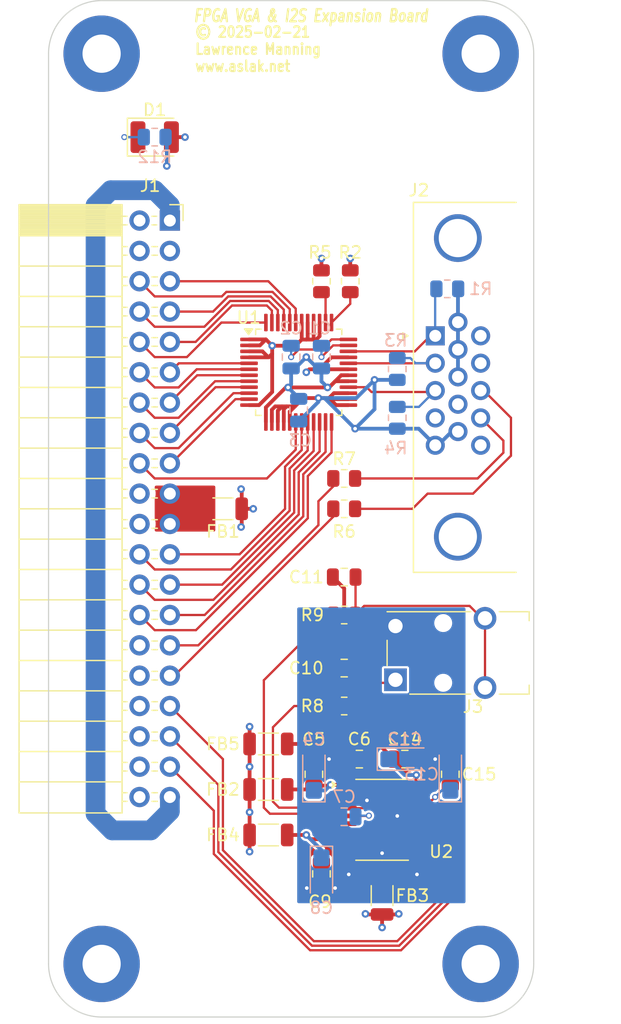
<source format=kicad_pcb>
(kicad_pcb (version 20241229) (generator "pcbnew") (generator_version "9.0")
  (layers (0 "F.Cu" signal) (4 "In1.Cu" power "Vcc") (6 "In2.Cu" power "GND") (2 "B.Cu" signal) (13 "F.Paste" user) (15 "B.Paste" user) (5 "F.SilkS" user "F.Silkscreen") (7 "B.SilkS" user "B.Silkscreen") (1 "F.Mask" user) (3 "B.Mask" user) (25 "Edge.Cuts" user))
  (net 0 "")
  (net 1 "Net-(U1D-COMP)")
  (net 2 "+3V3")
  (net 3 "Net-(U1D-VREF)")
  (net 4 "GND")
  (net 5 "/BLUE1")
  (net 6 "/RED3")
  (net 7 "/HSYNC")
  (net 8 "/GREEN0")
  (net 9 "/BLUE5")
  (net 10 "/GREEN1")
  (net 11 "/GREEN3")
  (net 12 "/RED1")
  (net 13 "+3.3VDAC")
  (net 14 "/DACCLK")
  (net 15 "/RED4")
  (net 16 "/RED2")
  (net 18 "/VSYNC")
  (net 19 "/GREEN2")
  (net 21 "/GREEN5")
  (net 23 "/RED0")
  (net 24 "/BLUE4")
  (net 25 "/I2S/CPVDD")
  (net 27 "/RED5")
  (net 29 "/GREEN4")
  (net 30 "GNDA")
  (net 32 "/BLUE0")
  (net 33 "/~{VGABLANK}")
  (net 34 "Net-(U2-CAPM)")
  (net 35 "/BLUE3")
  (net 36 "/BLUE2")
  (net 38 "/RED")
  (net 41 "/BLUE")
  (net 43 "Net-(J2-Pad14)")
  (net 44 "Net-(J2-Pad13)")
  (net 45 "/GREEN")
  (net 47 "Net-(U1D-RSET)")
  (net 48 "Net-(U1D-~{PSAVE})")
  (net 49 "Net-(U2-CAPP)")
  (net 50 "Net-(U2-VNEG)")
  (net 51 "/I2S/AVDD")
  (net 52 "Net-(C10-Pad1)")
  (net 53 "Net-(C11-Pad1)")
  (net 54 "/I2SMUTE")
  (net 55 "/I2S/DVDD")
  (net 56 "/I2S/LDOO")
  (net 57 "Net-(D1-K)")
  (net 58 "+5V")
  (net 59 "/I2SLRCK")
  (net 60 "/I2SBCK")
  (net 61 "/I2SDIN")
  (net 62 "Net-(U2-OUTL)")
  (net 63 "Net-(U2-OUTR)")
  (footprint "Capacitor_SMD:C_0805_2012Metric" (layer "F.Cu") (at 104.14 128.905)
    (property "Reference" "C6")
    (property "Value" "2.2u")
  )
  (footprint "Inductor_SMD:L_1206_3216Metric" (layer "F.Cu") (at 96.52 135.255 180)
    (property "Reference" "FB4")
    (property "Value" "Bead")
  )
  (footprint "Connector_Audio:Jack_3.5mm_Switronic_ST-005-G_horizontal" (layer "F.Cu") (at 113.665 120.015 180)
    (property "Reference" "J3")
    (property "Value" "STEREO_AUDIOJACK")
  )
  (footprint "MountingHole:MountingHole_3.2mm_M3_Pad" (layer "F.Cu") (at 114.3 146.05)
    (property "Reference" "H4" (hide yes))
    (property "Value" "HOLE")
  )
  (footprint "Inductor_SMD:L_1206_3216Metric" (layer "F.Cu") (at 92.71 107.95 180)
    (property "Reference" "FB1")
    (property "Value" "Bead")
  )
  (footprint "LED_SMD:LED_1210_3225Metric" (layer "F.Cu") (at 86.995 76.835)
    (property "Reference" "D1")
    (property "Value" "POWERLED")
  )
  (footprint "MountingHole:MountingHole_3.2mm_M3_Pad" (layer "F.Cu") (at 82.55 146.05)
    (property "Reference" "H3" (hide yes))
    (property "Value" "HOLE")
  )
  (footprint "Inductor_SMD:L_1206_3216Metric" (layer "F.Cu") (at 96.52 127.635 180)
    (property "Reference" "FB5")
    (property "Value" "Bead")
  )
  (footprint "Capacitor_SMD:C_0805_2012Metric" (layer "F.Cu") (at 100.965 138.51 -90)
    (property "Reference" "C9")
    (property "Value" "0.1u")
  )
  (footprint "Capacitor_SMD:C_0805_2012Metric" (layer "F.Cu") (at 100.33 130.175 90)
    (property "Reference" "C5")
    (property "Value" "0.1u")
  )
  (footprint "Connector_Dsub:DSUB-15-HD_Female_Horizontal_P2.29x1.90mm_EdgePinOffset3.03mm_Housed_MountingHolesOffset4.94mm" (layer "F.Cu") (at 110.5 93.47 90)
    (property "Reference" "J2")
    (property "Value" "DB15HD_FEMALE_SVGA")
  )
  (footprint "Resistor_SMD:R_0805_2012Metric" (layer "F.Cu") (at 102.87 107.95)
    (property "Reference" "R6")
    (property "Value" "47")
  )
  (footprint "Connector_PinSocket_2.54mm:PinSocket_2x20_P2.54mm_Horizontal" (layer "F.Cu") (at 88.265 83.82)
    (property "Reference" "J1")
    (property "Value" "Conn_02x20_Odd_Even")
  )
  (footprint "Inductor_SMD:L_1206_3216Metric" (layer "F.Cu") (at 96.52 131.445 180)
    (property "Reference" "FB2")
    (property "Value" "Bead")
  )
  (footprint "Resistor_SMD:R_0805_2012Metric" (layer "F.Cu") (at 102.87 124.46)
    (property "Reference" "R8")
    (property "Value" "470")
  )
  (footprint "Capacitor_SMD:C_0805_2012Metric" (layer "F.Cu") (at 107.95 128.905)
    (property "Reference" "C14")
    (property "Value" "0.1u")
  )
  (footprint "Resistor_SMD:R_0805_2012Metric" (layer "F.Cu") (at 102.87 116.84)
    (property "Reference" "R9")
    (property "Value" "470")
  )
  (footprint "Package_QFP:LQFP-48_7x7mm_P0.5mm" (layer "F.Cu") (at 99.06 96.52)
    (property "Reference" "U1")
    (property "Value" "ADV7123KSTZ140")
  )
  (footprint "Capacitor_SMD:C_0805_2012Metric" (layer "F.Cu") (at 102.87 113.665 180)
    (property "Reference" "C11")
    (property "Value" "10n")
  )
  (footprint "Package_SO:TSSOP-20_4.4x6.5mm_P0.65mm" (layer "F.Cu") (at 106.045 133.985)
    (property "Reference" "U2")
    (property "Value" "PCM5100A")
  )
  (footprint "MountingHole:MountingHole_3.2mm_M3_Pad" (layer "F.Cu") (at 114.3 69.85)
    (property "Reference" "H2" (hide yes))
    (property "Value" "HOLE")
  )
  (footprint "Capacitor_SMD:C_0805_2012Metric" (layer "F.Cu") (at 102.87 121.285 180)
    (property "Reference" "C10")
    (property "Value" "10n")
  )
  (footprint "Capacitor_SMD:C_0805_2012Metric" (layer "F.Cu") (at 111.76 130.175 -90)
    (property "Reference" "C15")
    (property "Value" "0.1u")
  )
  (footprint "Resistor_SMD:R_0805_2012Metric" (layer "F.Cu") (at 103.378 88.9 90)
    (property "Reference" "R2")
    (property "Value" "530")
  )
  (footprint "Resistor_SMD:R_0805_2012Metric" (layer "F.Cu") (at 102.87 105.41)
    (property "Reference" "R7")
    (property "Value" "47")
  )
  (footprint "Resistor_SMD:R_0805_2012Metric" (layer "F.Cu") (at 100.965 88.9 -90)
    (property "Reference" "R5")
    (property "Value" "4.7K")
  )
  (footprint "MountingHole:MountingHole_3.2mm_M3_Pad" (layer "F.Cu") (at 82.55 69.85)
    (property "Reference" "H1" (hide yes))
    (property "Value" "HOLE")
  )
  (footprint "Inductor_SMD:L_1206_3216Metric" (layer "F.Cu") (at 106.045 140.335 -90)
    (property "Reference" "FB3")
    (property "Value" "Bead")
  )
  (footprint "Capacitor_SMD:C_0805_2012Metric" (layer "B.Cu") (at 102.87 133.731 180)
    (property "Reference" "C7")
    (property "Value" "2.2u")
  )
  (footprint "Capacitor_Tantalum_SMD:CP_EIA-3216-18_Kemet-A" (layer "B.Cu") (at 107.95 128.905)
    (property "Reference" "C12")
    (property "Value" "10u")
  )
  (footprint "Resistor_SMD:R_0805_2012Metric" (layer "B.Cu") (at 107.315 100.33 -90)
    (property "Reference" "R4")
    (property "Value" "75")
  )
  (footprint "Capacitor_SMD:C_0805_2012Metric" (layer "B.Cu") (at 98.425 95.25 -90)
    (property "Reference" "C2")
    (property "Value" "0.1u")
  )
  (footprint "Resistor_SMD:R_0805_2012Metric" (layer "B.Cu") (at 86.995 76.835)
    (property "Reference" "R12")
    (property "Value" "1K")
  )
  (footprint "Capacitor_Tantalum_SMD:CP_EIA-3216-18_Kemet-A" (layer "B.Cu") (at 100.33 130.175 90)
    (property "Reference" "C4")
    (property "Value" "10u")
  )
  (footprint "Resistor_SMD:R_0805_2012Metric" (layer "B.Cu") (at 107.315 96.2425 -90)
    (property "Reference" "R3")
    (property "Value" "75")
  )
  (footprint "Resistor_SMD:R_0805_2012Metric" (layer "B.Cu") (at 111.506 89.535)
    (property "Reference" "R1")
    (property "Value" "75")
  )
  (footprint "Capacitor_SMD:C_0805_2012Metric" (layer "B.Cu") (at 99.06 99.695 -90)
    (property "Reference" "C3")
    (property "Value" "0.1u")
  )
  (footprint "Capacitor_SMD:C_0805_2012Metric" (layer "B.Cu") (at 100.965 95.25 -90)
    (property "Reference" "C1")
    (property "Value" "0.1u")
  )
  (footprint "Capacitor_Tantalum_SMD:CP_EIA-3216-18_Kemet-A" (layer "B.Cu") (at 100.965 138.51 -90)
    (property "Reference" "C8")
    (property "Value" "10u")
  )
  (footprint "Capacitor_Tantalum_SMD:CP_EIA-3216-18_Kemet-A" (layer "B.Cu") (at 111.76 130.175 90)
    (property "Reference" "C13")
    (property "Value" "10u")
  )
  (gr_arc (start 82.55 150.495) (mid 79.40691 149.19309) (end 78.105 146.05) (stroke (width 0.1)) (layer "Edge.Cuts"))
  (gr_line (start 78.105 69.85) (end 78.105 146.05) (stroke (width 0.1)) (layer "Edge.Cuts"))
  (gr_arc (start 118.745 146.05) (mid 117.44309 149.19309) (end 114.3 150.495) (stroke (width 0.1)) (layer "Edge.Cuts"))
  (gr_arc (start 114.3 65.405) (mid 117.44309 66.70691) (end 118.745 69.85) (stroke (width 0.1)) (layer "Edge.Cuts"))
  (gr_arc (start 78.105 69.85) (mid 79.40691 66.70691) (end 82.55 65.405) (stroke (width 0.1)) (layer "Edge.Cuts"))
  (gr_line (start 82.55 65.405) (end 114.3 65.405) (stroke (width 0.1)) (layer "Edge.Cuts"))
  (gr_line (start 114.3 150.495) (end 82.55 150.495) (stroke (width 0.1)) (layer "Edge.Cuts"))
  (gr_line (start 118.745 69.85) (end 118.745 146.05) (stroke (width 0.1)) (layer "Edge.Cuts"))
  (gr_text "© 2025-02-21\nLawrence Manning\nwww.aslak.net" (at 90.297 69.469 0) (layer "F.SilkS") (effects (font (size 0.889 0.762) (thickness 0.1778) (bold yes)) (justify left)))
  (gr_text "FPGA VGA & I2S Expansion Board" (at 90.17 66.675 0) (layer "F.SilkS") (effects (font (size 1.016 0.762) (thickness 0.1905) (bold yes) (italic yes)) (justify left)))
  (segment (start 103.2225 94.27) (end 101.945 94.27) (width 0.1905) (layer "F.Cu") (net 1))
  (segment (start 101.945 94.27) (end 100.965 95.25) (width 0.1905) (layer "F.Cu") (net 1))
  (via (at 100.965 95.25) (size 0.508) (drill 0.3048) (layers "F.Cu" "B.Cu") (net 1))
  (segment (start 100.965 95.25) (end 100.965 94.3) (width 0.1905) (layer "B.Cu") (net 1))
  (segment (start 88.395 76.835) (end 89.535 76.835) (width 0.3175) (layer "F.Cu") (net 2))
  (segment (start 94.945 136.652) (end 94.945 135.255) (width 0.3175) (layer "F.Cu") (net 2))
  (segment (start 94.945 131.445) (end 94.945 135.255) (width 0.3175) (layer "F.Cu") (net 2))
  (segment (start 94.945 127.635) (end 94.945 129.54) (width 0.3175) (layer "F.Cu") (net 2))
  (segment (start 94.945 129.54) (end 94.945 131.445) (width 0.3175) (layer "F.Cu") (net 2))
  (segment (start 94.945 126.187) (end 94.945 127.635) (width 0.3175) (layer "F.Cu") (net 2))
  (via (at 94.945 136.652) (size 0.635) (drill 0.3048) (layers "F.Cu" "B.Cu") (net 2))
  (via (at 94.945 126.187) (size 0.635) (drill 0.3048) (layers "F.Cu" "B.Cu") (net 2))
  (via (at 94.945 129.54) (size 0.635) (drill 0.3048) (layers "F.Cu" "B.Cu") (net 2))
  (via (at 94.945 133.35) (size 0.635) (drill 0.3048) (layers "F.Cu" "B.Cu") (net 2))
  (via (at 89.535 76.835) (size 0.635) (drill 0.3048) (layers "F.Cu" "B.Cu") (net 2))
  (segment (start 103.2225 93.77) (end 101.81 93.77) (width 0.1905) (layer "F.Cu") (net 3))
  (segment (start 100.965 94.615) (end 99.06 94.615) (width 0.1905) (layer "F.Cu") (net 3))
  (segment (start 99.06 94.615) (end 98.425 95.25) (width 0.1905) (layer "F.Cu") (net 3))
  (segment (start 101.81 93.77) (end 100.965 94.615) (width 0.1905) (layer "F.Cu") (net 3))
  (via (at 98.425 95.25) (size 0.508) (drill 0.3048) (layers "F.Cu" "B.Cu") (net 3))
  (segment (start 98.425 95.25) (end 98.425 94.3) (width 0.1905) (layer "B.Cu") (net 3))
  (segment (start 97.81 99.6115) (end 98.044 99.3775) (width 0.3175) (layer "F.Cu") (net 4))
  (segment (start 98.31 99.81) (end 98.7425 99.3775) (width 0.3175) (layer "F.Cu") (net 4))
  (segment (start 100.81 92.3575) (end 100.81 93.5) (width 0.3175) (layer "F.Cu") (net 4))
  (segment (start 99.31 92.3575) (end 99.31 93.78103) (width 0.3175) (layer "F.Cu") (net 4))
  (segment (start 94.8975 93.77) (end 96.31 93.77) (width 0.3175) (layer "F.Cu") (net 4))
  (segment (start 94.8975 94.77) (end 96.02 94.77) (width 0.3175) (layer "F.Cu") (net 4))
  (segment (start 96.8375 94.2975) (end 96.8375 94.9725) (width 0.3175) (layer "F.Cu") (net 4))
  (segment (start 104.699 141.91) (end 104.648 141.859) (width 0.3175) (layer "F.Cu") (net 4))
  (segment (start 94.8975 94.27) (end 95.81 94.27) (width 0.3175) (layer "F.Cu") (net 4))
  (segment (start 95.73706 99.27) (end 96.8375 98.16956) (width 0.3175) (layer "F.Cu") (net 4))
  (segment (start 94.8975 99.27) (end 95.73706 99.27) (width 0.3175) (layer "F.Cu") (net 4))
  (segment (start 96.31 93.77) (end 96.8375 94.2975) (width 0.3175) (layer "F.Cu") (net 4))
  (segment (start 96.54 95.27) (end 96.52 95.27) (width 0.3175) (layer "F.Cu") (net 4))
  (segment (start 100.31 93.76103) (end 100.33 93.78103) (width 0.3175) (layer "F.Cu") (net 4))
  (segment (start 98.7425 99.3775) (end 98.044 99.3775) (width 0.3175) (layer "F.Cu") (net 4))
  (segment (start 103.378 87.9875) (end 103.378 86.995) (width 0.3175) (layer "F.Cu") (net 4))
  (segment (start 102.009 98.27) (end 103.2225 98.27) (width 0.3175) (layer "F.Cu") (net 4))
  (segment (start 97.663 99.3775) (end 97.0915 99.3775) (width 0.3175) (layer "F.Cu") (net 4))
  (segment (start 101.6 98.679) (end 101.691 98.77) (width 0.3175) (layer "F.Cu") (net 4))
  (segment (start 100.711 98.679) (end 99.441 98.679) (width 0.3175) (layer "F.Cu") (net 4))
  (segment (start 107.391 141.91) (end 107.442 141.859) (width 0.3175) (layer "F.Cu") (net 4))
  (segment (start 99.441 98.679) (end 98.7425 99.3775) (width 0.3175) (layer "F.Cu") (net 4))
  (segment (start 100.81 93.5) (end 100.52897 93.78103) (width 0.3175) (layer "F.Cu") (net 4))
  (segment (start 100.711 98.679) (end 101.6 98.679) (width 0.3175) (layer "F.Cu") (net 4))
  (segment (start 106.045 141.91) (end 104.699 141.91) (width 0.3175) (layer "F.Cu") (net 4))
  (segment (start 99.695 93.78103) (end 99.31 93.78103) (width 0.3175) (layer "F.Cu") (net 4))
  (segment (start 103.2225 96.27) (end 100.965 96.27) (width 0.3175) (layer "F.Cu") (net 4))
  (segment (start 99.695 96.52) (end 99.945 96.27) (width 0.3175) (layer "F.Cu") (net 4))
  (segment (start 97.81 100.6825) (end 97.81 99.6115) (width 0.3175) (layer "F.Cu") (net 4))
  (segment (start 97.0915 99.3775) (end 96.81 99.659) (width 0.3175) (layer "F.Cu") (net 4))
  (segment (start 98.044 99.3775) (end 97.663 99.3775) (width 0.3175) (layer "F.Cu") (net 4))
  (segment (start 101.6 98.679) (end 102.009 98.27) (width 0.3175) (layer "F.Cu") (net 4))
  (segment (start 101.691 98.77) (end 103.2225 98.77) (width 0.3175) (layer "F.Cu") (net 4))
  (segment (start 99.81 92.3575) (end 99.81 93.66603) (width 0.3175) (layer "F.Cu") (net 4))
  (segment (start 99.945 96.27) (end 100.965 96.27) (width 0.3175) (layer "F.Cu") (net 4))
  (segment (start 100.31 92.3575) (end 100.31 93.76103) (width 0.3175) (layer "F.Cu") (net 4))
  (segment (start 102.191 99.27) (end 101.6 98.679) (width 0.3175) (layer "F.Cu") (net 4))
  (segment (start 99.81 93.66603) (end 99.695 93.78103) (width 0.3175) (layer "F.Cu") (net 4))
  (segment (start 98.31 100.6825) (end 98.31 99.81) (width 0.3175) (layer "F.Cu") (net 4))
  (segment (start 96.02 94.77) (end 96.52 95.27) (width 0.3175) (layer "F.Cu") (net 4))
  (segment (start 101.798125 95.27) (end 100.965 96.103125) (width 0.3175) (layer "F.Cu") (net 4))
  (segment (start 103.2225 99.27) (end 102.191 99.27) (width 0.3175) (layer "F.Cu") (net 4))
  (segment (start 99.31 93.78103) (end 98.92053 94.1705) (width 0.3175) (layer "F.Cu") (net 4))
  (segment (start 96.8375 94.9725) (end 96.54 95.27) (width 0.3175) (layer "F.Cu") (net 4))
  (segment (start 95.81 94.27) (end 96.31 93.77) (width 0.3175) (layer "F.Cu") (net 4))
  (segment (start 97.31 99.7305) (end 97.663 99.3775) (width 0.3175) (layer "F.Cu") (net 4))
  (segment (start 98.748882 94.2975) (end 96.8375 94.2975) (width 0.3175) (layer "F.Cu") (net 4))
  (segment (start 96.81 99.659) (end 96.81 100.6825) (width 0.3175) (layer "F.Cu") (net 4))
  (segment (start 98.875882 94.1705) (end 98.748882 94.2975) (width 0.3175) (layer "F.Cu") (net 4))
  (segment (start 98.92053 94.1705) (end 98.875882 94.1705) (width 0.3175) (layer "F.Cu") (net 4))
  (segment (start 100.52897 93.78103) (end 100.33 93.78103) (width 0.3175) (layer "F.Cu") (net 4))
  (segment (start 96.52 95.27) (end 94.8975 95.27) (width 0.3175) (layer "F.Cu") (net 4))
  (segment (start 100.965 96.103125) (end 100.965 96.27) (width 0.3175) (layer "F.Cu") (net 4))
  (segment (start 106.045 141.91) (end 106.045 143.002) (width 0.3175) (layer "F.Cu") (net 4))
  (segment (start 96.8375 98.16956) (end 96.8375 94.9725) (width 0.3175) (layer "F.Cu") (net 4))
  (segment (start 103.2225 95.27) (end 101.798125 95.27) (width 0.3175) (layer "F.Cu") (net 4))
  (segment (start 100.33 93.78103) (end 99.695 93.78103) (width 0.3175) (layer "F.Cu") (net 4))
  (segment (start 106.045 141.91) (end 107.391 141.91) (width 0.3175) (layer "F.Cu") (net 4))
  (segment (start 97.31 100.6825) (end 97.31 99.7305) (width 0.3175) (layer "F.Cu") (net 4))
  (via (at 105.41 97.155) (size 0.635) (drill 0.3048) (layers "F.Cu" "B.Cu") (net 4))
  (via (at 88.011 79.248) (size 0.635) (drill 0.3048) (layers "F.Cu" "B.Cu") (net 4))
  (via (at 99.695 96.52) (size 0.635) (drill 0.3048) (layers "F.Cu" "B.Cu") (net 4))
  (via (at 104.648 141.859) (size 0.635) (drill 0.3048) (layers "F.Cu" "B.Cu") (net 4))
  (via (at 100.711 98.679) (size 0.635) (drill 0.3048) (layers "F.Cu" "B.Cu") (net 4))
  (via (at 103.7825 101.2425) (size 0.635) (drill 0.3048) (layers "F.Cu" "B.Cu") (net 4))
  (via (at 107.442 141.859) (size 0.635) (drill 0.3048) (layers "F.Cu" "B.Cu") (net 4))
  (via (at 96.8375 94.2975) (size 0.635) (drill 0.3048) (layers "F.Cu" "B.Cu") (net 4))
  (via (at 106.045 143.002) (size 0.635) (drill 0.3048) (layers "F.Cu" "B.Cu") (net 4))
  (via (at 103.378 86.995) (size 0.635) (drill 0.3048) (layers "F.Cu" "B.Cu") (net 4))
  (segment (start 111.875 101.485) (end 111.984669 101.485) (width 0.3175) (layer "B.Cu") (net 4))
  (segment (start 112.4 89.5535) (end 112.4 96.905) (width 0.3175) (layer "B.Cu") (net 4))
  (segment (start 87.9075 76.835) (end 88.011 76.9385) (width 0.3175) (layer "B.Cu") (net 4))
  (segment (start 100.711 98.679) (end 101.219 98.679) (width 0.3175) (layer "B.Cu") (net 4))
  (segment (start 110.5 102.63) (end 110.73 102.63) (width 0.3175) (layer "B.Cu") (net 4))
  (segment (start 101.219 98.679) (end 103.7825 101.2425) (width 0.3175) (layer "B.Cu") (net 4))
  (segment (start 105.41 97.155) (end 103.886 98.679) (width 0.3175) (layer "B.Cu") (net 4))
  (segment (start 107.315 101.2425) (end 103.7825 101.2425) (width 0.3175) (layer "B.Cu") (net 4))
  (segment (start 105.41 97.155) (end 107.315 97.155) (width 0.3175) (layer "B.Cu") (net 4))
  (segment (start 110.73 102.63) (end 111.875 101.485) (width 0.3175) (layer "B.Cu") (net 4))
  (segment (start 112.4185 89.535) (end 112.4 89.5535) (width 0.3175) (layer "B.Cu") (net 4))
  (segment (start 100.711 98.994) (end 99.06 100.645) (width 0.3175) (layer "B.Cu") (net 4))
  (segment (start 107.315 101.2425) (end 109.1125 101.2425) (width 0.3175) (layer "B.Cu") (net 4))
  (segment (start 103.886 98.679) (end 100.711 98.679) (width 0.3175) (layer "B.Cu") (net 4))
  (segment (start 105.41 99.615) (end 103.7825 101.2425) (width 0.3175) (layer "B.Cu") (net 4))
  (segment (start 88.011 76.9385) (end 88.011 79.248) (width 0.3175) (layer "B.Cu") (net 4))
  (segment (start 100.711 98.679) (end 100.711 98.994) (width 0.3175) (layer "B.Cu") (net 4))
  (segment (start 105.41 97.155) (end 105.41 99.615) (width 0.3175) (layer "B.Cu") (net 4))
  (segment (start 109.1125 101.2425) (end 110.5 102.63) (width 0.3175) (layer "B.Cu") (net 4))
  (segment (start 99.31 103.031816) (end 99.31 100.6825) (width 0.1905) (layer "F.Cu") (net 5))
  (segment (start 88.265 111.76) (end 94.107 111.76) (width 0.1905) (layer "F.Cu") (net 5))
  (segment (start 94.107 111.76) (end 97.917 107.95) (width 0.1905) (layer "F.Cu") (net 5))
  (segment (start 97.917 104.424816) (end 99.31 103.031816) (width 0.1905) (layer "F.Cu") (net 5))
  (segment (start 97.917 107.95) (end 97.917 104.424816) (width 0.1905) (layer "F.Cu") (net 5))
  (segment (start 97.31 91.312556) (end 97.31 92.3575) (width 0.1905) (layer "F.Cu") (net 6))
  (segment (start 86.995 92.71) (end 91.155184 92.71) (width 0.1905) (layer "F.Cu") (net 6))
  (segment (start 96.548444 90.551) (end 97.31 91.312556) (width 0.1905) (layer "F.Cu") (net 6))
  (segment (start 91.155184 92.71) (end 93.314184 90.551) (width 0.1905) (layer "F.Cu") (net 6))
  (segment (start 85.725 91.44) (end 86.995 92.71) (width 0.1905) (layer "F.Cu") (net 6))
  (segment (start 93.314184 90.551) (end 96.548444 90.551) (width 0.1905) (layer "F.Cu") (net 6))
  (segment (start 101.9575 108.6085) (end 101.9575 107.95) (width 0.1905) (layer "F.Cu") (net 7))
  (segment (start 88.265 121.92) (end 88.646 121.92) (width 0.1905) (layer "F.Cu") (net 7))
  (segment (start 88.646 121.92) (end 101.9575 108.6085) (width 0.1905) (layer "F.Cu") (net 7))
  (segment (start 89.015 95.77) (end 94.8975 95.77) (width 0.1905) (layer "F.Cu") (net 8))
  (segment (start 88.265 96.52) (end 89.015 95.77) (width 0.1905) (layer "F.Cu") (net 8))
  (segment (start 91.182264 116.84) (end 88.265 116.84) (width 0.1905) (layer "F.Cu") (net 9))
  (segment (start 99.441 105.05608) (end 99.441 108.581264) (width 0.1905) (layer "F.Cu") (net 9))
  (segment (start 101.31 100.6825) (end 101.31 103.18708) (width 0.1905) (layer "F.Cu") (net 9))
  (segment (start 101.31 103.18708) (end 99.441 105.05608) (width 0.1905) (layer "F.Cu") (net 9))
  (segment (start 99.441 108.581264) (end 91.182264 116.84) (width 0.1905) (layer "F.Cu") (net 9))
  (segment (start 88.996184 97.79) (end 90.516184 96.27) (width 0.1905) (layer "F.Cu") (net 10))
  (segment (start 86.995 97.79) (end 88.996184 97.79) (width 0.1905) (layer "F.Cu") (net 10))
  (segment (start 90.516184 96.27) (end 94.8975 96.27) (width 0.1905) (layer "F.Cu") (net 10))
  (segment (start 85.725 96.52) (end 86.995 97.79) (width 0.1905) (layer "F.Cu") (net 10))
  (segment (start 85.725 99.06) (end 86.995 100.33) (width 0.1905) (layer "F.Cu") (net 11))
  (segment (start 92.056184 97.27) (end 94.8975 97.27) (width 0.1905) (layer "F.Cu") (net 11))
  (segment (start 86.995 100.33) (end 88.996184 100.33) (width 0.1905) (layer "F.Cu") (net 11))
  (segment (start 88.996184 100.33) (end 92.056184 97.27) (width 0.1905) (layer "F.Cu") (net 11))
  (segment (start 92.617552 90.17) (end 92.998552 89.789) (width 0.1905) (layer "F.Cu") (net 12))
  (segment (start 96.864076 89.789) (end 98.31 91.234924) (width 0.1905) (layer "F.Cu") (net 12))
  (segment (start 85.725 88.9) (end 86.995 90.17) (width 0.1905) (layer "F.Cu") (net 12))
  (segment (start 86.995 90.17) (end 92.617552 90.17) (width 0.1905) (layer "F.Cu") (net 12))
  (segment (start 98.31 91.234924) (end 98.31 92.3575) (width 0.1905) (layer "F.Cu") (net 12))
  (segment (start 92.998552 89.789) (end 96.864076 89.789) (width 0.1905) (layer "F.Cu") (net 12))
  (segment (start 94.285 106.35) (end 94.234 106.299) (width 0.3175) (layer "F.Cu") (net 13))
  (segment (start 94.285 107.95) (end 94.285 109.423) (width 0.3175) (layer "F.Cu") (net 13))
  (segment (start 102.62 96.77) (end 103.2225 96.77) (width 0.3175) (layer "F.Cu") (net 13))
  (segment (start 100.965 87.9875) (end 100.965 86.995) (width 0.3175) (layer "F.Cu") (net 13))
  (segment (start 94.285 109.423) (end 94.234 109.474) (width 0.3175) (layer "F.Cu") (net 13))
  (segment (start 101.6 97.79) (end 102.62 96.77) (width 0.3175) (layer "F.Cu") (net 13))
  (segment (start 101.6 97.79) (end 101.473 97.79) (width 0.3175) (layer "F.Cu") (net 13))
  (segment (start 96.31 99.45854) (end 96.31 100.6825) (width 0.3175) (layer "F.Cu") (net 13))
  (segment (start 98.171 97.79) (end 97.97854 97.79) (width 0.3175) (layer "F.Cu") (net 13))
  (segment (start 94.285 107.95) (end 95.25 107.95) (width 0.3175) (layer "F.Cu") (net 13))
  (segment (start 101.473 97.79) (end 98.171 97.79) (width 0.3175) (layer "F.Cu") (net 13))
  (segment (start 101.6 97.79) (end 102.12 97.27) (width 0.3175) (layer "F.Cu") (net 13))
  (segment (start 102.12 97.27) (end 103.2225 97.27) (width 0.3175) (layer "F.Cu") (net 13))
  (segment (start 97.97854 97.79) (end 96.31 99.45854) (width 0.3175) (layer "F.Cu") (net 13))
  (segment (start 94.285 107.95) (end 94.285 106.35) (width 0.3175) (layer "F.Cu") (net 13))
  (via (at 95.25 107.95) (size 0.635) (drill 0.3048) (layers "F.Cu" "B.Cu") (net 13))
  (via (at 94.234 109.474) (size 0.635) (drill 0.3048) (layers "F.Cu" "B.Cu") (net 13))
  (via (at 100.965 86.995) (size 0.635) (drill 0.3048) (layers "F.Cu" "B.Cu") (net 13))
  (via (at 99.695 95.25) (size 0.635) (drill 0.3048) (layers "F.Cu" "B.Cu") (net 13))
  (via (at 94.234 106.299) (size 0.635) (drill 0.3048) (layers "F.Cu" "B.Cu") (net 13))
  (via (at 101.473 97.79) (size 0.635) (drill 0.3048) (layers "F.Cu" "B.Cu") (net 13))
  (via (at 98.171 97.79) (size 0.635) (drill 0.3048) (layers "F.Cu" "B.Cu") (net 13))
  (segment (start 98.425 96.2) (end 98.425 97.536) (width 0.3175) (layer "B.Cu") (net 13))
  (segment (start 98.425 96.2) (end 98.745 96.2) (width 0.3175) (layer "B.Cu") (net 13))
  (segment (start 100.965 97.282) (end 101.473 97.79) (width 0.3175) (layer "B.Cu") (net 13))
  (segment (start 98.171 97.79) (end 99.06 98.679) (width 0.3175) (layer "B.Cu") (net 13))
  (segment (start 100.645 96.2) (end 100.965 96.2) (width 0.3175) (layer "B.Cu") (net 13))
  (segment (start 99.06 98.679) (end 99.06 98.745) (width 0.3175) (layer "B.Cu") (net 13))
  (segment (start 98.745 96.2) (end 99.695 95.25) (width 0.3175) (layer "B.Cu") (net 13))
  (segment (start 98.425 97.536) (end 98.171 97.79) (width 0.3175) (layer "B.Cu") (net 13))
  (segment (start 100.965 96.2) (end 100.965 97.282) (width 0.3175) (layer "B.Cu") (net 13))
  (segment (start 99.695 95.25) (end 100.645 96.2) (width 0.3175) (layer "B.Cu") (net 13))
  (segment (start 101.81 103.225896) (end 101.81 100.6825) (width 0.1905) (layer "F.Cu") (net 14))
  (segment (start 90.45108 118.11) (end 99.822 108.73908) (width 0.1905) (layer "F.Cu") (net 14))
  (segment (start 85.725 116.84) (end 86.995 118.11) (width 0.1905) (layer "F.Cu") (net 14))
  (segment (start 99.822 108.73908) (end 99.822 105.213896) (width 0.1905) (layer "F.Cu") (net 14))
  (segment (start 99.822 105.213896) (end 101.81 103.225896) (width 0.1905) (layer "F.Cu") (net 14))
  (segment (start 86.995 118.11) (end 90.45108 118.11) (width 0.1905) (layer "F.Cu") (net 14))
  (segment (start 96.81 91.351372) (end 96.81 92.3575) (width 0.1905) (layer "F.Cu") (net 15))
  (segment (start 90.424 93.98) (end 93.472 90.932) (width 0.1905) (layer "F.Cu") (net 15))
  (segment (start 93.472 90.932) (end 96.390628 90.932) (width 0.1905) (layer "F.Cu") (net 15))
  (segment (start 96.390628 90.932) (end 96.81 91.351372) (width 0.1905) (layer "F.Cu") (net 15))
  (segment (start 88.265 93.98) (end 90.424 93.98) (width 0.1905) (layer "F.Cu") (net 15))
  (segment (start 97.81 91.27374) (end 97.81 92.3575) (width 0.1905) (layer "F.Cu") (net 16))
  (segment (start 96.70626 90.17) (end 97.81 91.27374) (width 0.1905) (layer "F.Cu") (net 16))
  (segment (start 93.156368 90.17) (end 96.70626 90.17) (width 0.1905) (layer "F.Cu") (net 16))
  (segment (start 91.886368 91.44) (end 93.156368 90.17) (width 0.1905) (layer "F.Cu") (net 16))
  (segment (start 88.265 91.44) (end 91.886368 91.44) (width 0.1905) (layer "F.Cu") (net 16))
  (segment (start 88.265 119.38) (end 90.647184 119.38) (width 0.1905) (layer "F.Cu") (net 18))
  (segment (start 101.9575 106.0685) (end 101.9575 105.41) (width 0.1905) (layer "F.Cu") (net 18))
  (segment (start 100.711 109.316184) (end 100.711 107.315) (width 0.1905) (layer "F.Cu") (net 18))
  (segment (start 100.711 107.315) (end 101.9575 106.0685) (width 0.1905) (layer "F.Cu") (net 18))
  (segment (start 90.647184 119.38) (end 100.711 109.316184) (width 0.1905) (layer "F.Cu") (net 18))
  (segment (start 90.555 96.77) (end 94.8975 96.77) (width 0.1905) (layer "F.Cu") (net 19))
  (segment (start 88.265 99.06) (end 90.555 96.77) (width 0.1905) (layer "F.Cu") (net 19))
  (segment (start 93.596184 98.27) (end 94.8975 98.27) (width 0.1905) (layer "F.Cu") (net 21))
  (segment (start 86.995 102.87) (end 88.996184 102.87) (width 0.1905) (layer "F.Cu") (net 21))
  (segment (start 85.725 101.6) (end 86.995 102.87) (width 0.1905) (layer "F.Cu") (net 21))
  (segment (start 88.996184 102.87) (end 93.596184 98.27) (width 0.1905) (layer "F.Cu") (net 21))
  (segment (start 96.513892 88.9) (end 98.81 91.196108) (width 0.1905) (layer "F.Cu") (net 23))
  (segment (start 88.265 88.9) (end 96.513892 88.9) (width 0.1905) (layer "F.Cu") (net 23))
  (segment (start 98.81 91.196108) (end 98.81 92.3575) (width 0.1905) (layer "F.Cu") (net 23))
  (segment (start 100.81 100.6825) (end 100.81 103.148264) (width 0.1905) (layer "F.Cu") (net 24))
  (segment (start 99.06 104.898264) (end 99.06 108.423448) (width 0.1905) (layer "F.Cu") (net 24))
  (segment (start 91.913448 115.57) (end 86.995 115.57) (width 0.1905) (layer "F.Cu") (net 24))
  (segment (start 99.06 108.423448) (end 91.913448 115.57) (width 0.1905) (layer "F.Cu") (net 24))
  (segment (start 86.995 115.57) (end 85.725 114.3) (width 0.1905) (layer "F.Cu") (net 24))
  (segment (start 100.81 103.148264) (end 99.06 104.898264) (width 0.1905) (layer "F.Cu") (net 24))
  (segment (start 98.095 131.445) (end 100.01 131.445) (width 0.3175) (layer "F.Cu") (net 25))
  (segment (start 101.731 131.06) (end 103.1825 131.06) (width 0.3175) (layer "F.Cu") (net 25))
  (segment (start 101.666 131.125) (end 100.33 131.125) (width 0.3175) (layer "F.Cu") (net 25))
  (segment (start 100.01 131.445) (end 100.33 131.125) (width 0.3175) (layer "F.Cu") (net 25))
  (segment (start 101.731 131.06) (end 101.666 131.125) (width 0.3175) (layer "F.Cu") (net 25))
  (via (at 101.731 131.06) (size 0.635) (drill 0.3048) (layers "F.Cu" "B.Cu") (net 25))
  (segment (start 101.266 131.525) (end 100.33 131.525) (width 0.3175) (layer "B.Cu") (net 25))
  (segment (start 101.731 131.06) (end 101.266 131.525) (width 0.3175) (layer "B.Cu") (net 25))
  (segment (start 85.725 93.98) (end 86.995 95.25) (width 0.1905) (layer "F.Cu") (net 27))
  (segment (start 89.692816 95.25) (end 92.585316 92.3575) (width 0.1905) (layer "F.Cu") (net 27))
  (segment (start 92.585316 92.3575) (end 96.31 92.3575) (width 0.1905) (layer "F.Cu") (net 27))
  (segment (start 86.995 95.25) (end 89.692816 95.25) (width 0.1905) (layer "F.Cu") (net 27))
  (segment (start 88.265 101.6) (end 92.095 97.77) (width 0.1905) (layer "F.Cu") (net 29))
  (segment (start 92.095 97.77) (end 94.8975 97.77) (width 0.1905) (layer "F.Cu") (net 29))
  (segment (start 102.87 114.615) (end 102.87 117.602) (width 0.3175) (layer "F.Cu") (net 30))
  (segment (start 101.92 121.285) (end 105.186 118.019) (width 0.3175) (layer "F.Cu") (net 30))
  (segment (start 101.92 113.665) (end 102.87 114.615) (width 0.3175) (layer "F.Cu") (net 30))
  (segment (start 109.644999 131.71) (end 110.49 130.864999) (width 0.3175) (layer "F.Cu") (net 30))
  (segment (start 108.9 128.905) (end 110.49 128.905) (width 0.3175) (layer "F.Cu") (net 30))
  (segment (start 111.76 129.225) (end 110.81 129.225) (width 0.3175) (layer "F.Cu") (net 30))
  (segment (start 108.181894 131.71) (end 108.9075 131.71) (width 0.3175) (layer "F.Cu") (net 30))
  (segment (start 107.31905 133.66) (end 108.9075 133.66) (width 0.3175) (layer "F.Cu") (net 30))
  (segment (start 100.135 139.3) (end 100.925 139.3) (width 0.3175) (layer "F.Cu") (net 30))
  (segment (start 101.708 139.3) (end 100.925 139.3) (width 0.3175) (layer "F.Cu") (net 30))
  (segment (start 101.28 129.225) (end 101.6 128.905) (width 0.3175) (layer "F.Cu") (net 30))
  (segment (start 107.315 133.66405) (end 107.31905 133.66) (width 0.3175) (layer "F.Cu") (net 30))
  (segment (start 103.1825 132.36) (end 104.775 132.36) (width 0.3175) (layer "F.Cu") (net 30))
  (segment (start 100.33 129.225) (end 101.28 129.225) (width 0.3175) (layer "F.Cu") (net 30))
  (segment (start 102.87 117.602) (end 103.287 118.019) (width 0.3175) (layer "F.Cu") (net 30))
  (segment (start 102.108 139.7) (end 101.708 139.3) (width 0.3175) (layer "F.Cu") (net 30))
  (segment (start 110.81 129.225) (end 110.49 128.905) (width 0.3175) (layer "F.Cu") (net 30))
  (segment (start 103.287 118.019) (end 105.186 118.019) (width 0.3175) (layer "F.Cu") (net 30))
  (segment (start 108.9075 131.71) (end 109.644999 131.71) (width 0.3175) (layer "F.Cu") (net 30))
  (segment (start 110.49 130.864999) (end 110.49 128.905) (width 0.3175) (layer "F.Cu") (net 30))
  (segment (start 105.186 118.019) (end 107.165 118.019) (width 0.3175) (layer "F.Cu") (net 30))
  (segment (start 99.735 139.7) (end 100.135 139.3) (width 0.3175) (layer "F.Cu") (net 30))
  (via (at 104.775 132.36) (size 0.635) (drill 0.3048) (layers "F.Cu" "B.Cu") (net 30))
  (via (at 107.315 133.66405) (size 0.635) (drill 0.3048) (layers "F.Cu" "B.Cu") (net 30))
  (via (at 99.735 139.7) (size 0.635) (drill 0.3048) (layers "F.Cu" "B.Cu") (net 30))
  (via (at 110.49 128.905) (size 0.635) (drill 0.3048) (layers "F.Cu" "B.Cu") (net 30))
  (via (at 102.108 139.7) (size 0.635) (drill 0.3048) (layers "F.Cu" "B.Cu") (net 30))
  (via (at 106.045 136.779) (size 0.635) (drill 0.3048) (layers "F.Cu" "B.Cu") (net 30))
  (via (at 103.251 138.557) (size 0.635) (drill 0.3048) (layers "F.Cu" "B.Cu") (net 30))
  (via (at 101.6 128.905) (size 0.635) (drill 0.3048) (layers "F.Cu" "B.Cu") (net 30))
  (via (at 108.966 138.557) (size 0.635) (drill 0.3048) (layers "F.Cu" "B.Cu") (net 30))
  (segment (start 103.418 132.36) (end 104.775 132.36) (width 0.3175) (layer "B.Cu") (net 30))
  (segment (start 100.33 128.825) (end 101.52 128.825) (width 0.3175) (layer "B.Cu") (net 30))
  (segment (start 110.57 128.825) (end 110.49 128.905) (width 0.3175) (layer "B.Cu") (net 30))
  (segment (start 109.3 128.905) (end 110.49 128.905) (width 0.3175) (layer "B.Cu") (net 30))
  (segment (start 99.735 139.7) (end 100.925 139.7) (width 0.3175) (layer "B.Cu") (net 30))
  (segment (start 101.52 128.825) (end 101.6 128.905) (width 0.3175) (layer "B.Cu") (net 30))
  (segment (start 111.76 128.825) (end 110.57 128.825) (width 0.3175) (layer "B.Cu") (net 30))
  (segment (start 102.174 133.604) (end 103.418 132.36) (width 0.3175) (layer "B.Cu") (net 30))
  (segment (start 102.108 139.7) (end 100.925 139.7) (width 0.3175) (layer "B.Cu") (net 30))
  (segment (start 86.995 105.41) (end 85.725 104.14) (width 0.1905) (layer "F.Cu") (net 32))
  (segment (start 98.81 100.6825) (end 98.81 102.993) (width 0.1905) (layer "F.Cu") (net 32))
  (segment (start 96.393 105.41) (end 86.995 105.41) (width 0.1905) (layer "F.Cu") (net 32))
  (segment (start 98.81 102.993) (end 96.393 105.41) (width 0.1905) (layer "F.Cu") (net 32))
  (segment (start 88.392 104.14) (end 88.265 104.14) (width 0.1905) (layer "F.Cu") (net 33))
  (segment (start 94.8975 98.77) (end 93.762 98.77) (width 0.1905) (layer "F.Cu") (net 33))
  (segment (start 93.762 98.77) (end 88.392 104.14) (width 0.1905) (layer "F.Cu") (net 33))
  (segment (start 105.115 133.01) (end 105.664 132.461) (width 0.1905) (layer "F.Cu") (net 34))
  (segment (start 105.664 131.699) (end 105.029 131.064) (width 0.1905) (layer "F.Cu") (net 34))
  (segment (start 105.664 132.461) (end 105.664 131.699) (width 0.1905) (layer "F.Cu") (net 34))
  (segment (start 105.029 128.966) (end 105.09 128.905) (width 0.1905) (layer "F.Cu") (net 34))
  (segment (start 105.029 131.064) (end 105.029 128.966) (width 0.1905) (layer "F.Cu") (net 34))
  (segment (start 103.1825 133.01) (end 105.115 133.01) (width 0.1905) (layer "F.Cu") (net 34))
  (segment (start 88.265 114.3) (end 92.644632 114.3) (width 0.1905) (layer "F.Cu") (net 35))
  (segment (start 98.679 108.265632) (end 98.679 104.740448) (width 0.1905) (layer "F.Cu") (net 35))
  (segment (start 92.644632 114.3) (end 98.679 108.265632) (width 0.1905) (layer "F.Cu") (net 35))
  (segment (start 100.31 103.109448) (end 100.31 100.6825) (width 0.1905) (layer "F.Cu") (net 35))
  (segment (start 98.679 104.740448) (end 100.31 103.109448) (width 0.1905) (layer "F.Cu") (net 35))
  (segment (start 99.81 103.070632) (end 98.298 104.582632) (width 0.1905) (layer "F.Cu") (net 36))
  (segment (start 93.375816 113.03) (end 86.995 113.03) (width 0.1905) (layer "F.Cu") (net 36))
  (segment (start 86.995 113.03) (end 85.725 111.76) (width 0.1905) (layer "F.Cu") (net 36))
  (segment (start 98.298 104.582632) (end 98.298 108.107816) (width 0.1905) (layer "F.Cu") (net 36))
  (segment (start 99.81 100.6825) (end 99.81 103.070632) (width 0.1905) (layer "F.Cu") (net 36))
  (segment (start 98.298 108.107816) (end 93.375816 113.03) (width 0.1905) (layer "F.Cu") (net 36))
  (segment (start 103.2225 94.77) (end 108.784669 94.77) (width 0.1905) (layer "F.Cu") (net 38))
  (segment (start 108.784669 94.77) (end 110.084669 93.47) (width 0.1905) (layer "F.Cu") (net 38))
  (segment (start 110.5935 89.535) (end 110.49 89.6385) (width 0.1905) (layer "B.Cu") (net 38))
  (segment (start 110.49 93.064669) (end 110.084669 93.47) (width 0.1905) (layer "B.Cu") (net 38))
  (segment (start 110.49 89.6385) (end 110.49 93.064669) (width 0.1905) (layer "B.Cu") (net 38))
  (segment (start 110.379 98.171) (end 110.5 98.05) (width 0.1905) (layer "F.Cu") (net 41))
  (segment (start 103.2225 97.77) (end 104.755 97.77) (width 0.1905) (layer "F.Cu") (net 41))
  (segment (start 105.156 98.171) (end 110.379 98.171) (width 0.1905) (layer "F.Cu") (net 41))
  (segment (start 104.755 97.77) (end 105.156 98.171) (width 0.1905) (layer "F.Cu") (net 41))
  (segment (start 107.315 99.4175) (end 109.1325 99.4175) (width 0.1905) (layer "B.Cu") (net 41))
  (segment (start 109.1325 99.4175) (end 110.5 98.05) (width 0.1905) (layer "B.Cu") (net 41))
  (segment (start 103.7825 105.41) (end 114.046 105.41) (width 0.1905) (layer "F.Cu") (net 43))
  (segment (start 116.205 102.245) (end 114.3 100.34) (width 0.1905) (layer "F.Cu") (net 43))
  (segment (start 114.046 105.41) (end 116.205 103.251) (width 0.1905) (layer "F.Cu") (net 43))
  (segment (start 116.205 103.251) (end 116.205 102.245) (width 0.1905) (layer "F.Cu") (net 43))
  (segment (start 116.84 103.505) (end 116.84 100.33) (width 0.1905) (layer "F.Cu") (net 44))
  (segment (start 109.855 106.68) (end 113.665 106.68) (width 0.1905) (layer "F.Cu") (net 44))
  (segment (start 116.84 100.33) (end 114.56 98.05) (width 0.1905) (layer "F.Cu") (net 44))
  (segment (start 113.665 106.68) (end 116.84 103.505) (width 0.1905) (layer "F.Cu") (net 44))
  (segment (start 108.585 107.95) (end 109.855 106.68) (width 0.1905) (layer "F.Cu") (net 44))
  (segment (start 103.7825 107.95) (end 108.585 107.95) (width 0.1905) (layer "F.Cu") (net 44))
  (segment (start 103.2225 95.77) (end 110.074669 95.77) (width 0.1905) (layer "F.Cu") (net 45))
  (segment (start 110.074669 95.77) (end 110.084669 95.76) (width 0.1905) (layer "F.Cu") (net 45))
  (segment (start 107.315 95.33) (end 108.411 95.33) (width 0.1905) (layer "B.Cu") (net 45))
  (segment (start 108.411 95.33) (end 108.841 95.76) (width 0.1905) (layer "B.Cu") (net 45))
  (segment (start 108.841 95.76) (end 110.084669 95.76) (width 0.1905) (layer "B.Cu") (net 45))
  (segment (start 101.81 92.3575) (end 103.378 90.7895) (width 0.1905) (layer "F.Cu") (net 47))
  (segment (start 103.378 90.7895) (end 103.378 89.8125) (width 0.1905) (layer "F.Cu") (net 47))
  (segment (start 100.965 89.8125) (end 101.31 90.1575) (width 0.1905) (layer "F.Cu") (net 48))
  (segment (start 101.31 90.1575) (end 101.31 92.3575) (width 0.1905) (layer "F.Cu") (net 48))
  (segment (start 104.521 130.236) (end 104.521 131.289652) (width 0.1905) (layer "F.Cu") (net 49))
  (segment (start 104.521 131.289652) (end 104.100652 131.71) (width 0.1905) (layer "F.Cu") (net 49))
  (segment (start 104.100652 131.71) (end 103.1825 131.71) (width 0.1905) (layer "F.Cu") (net 49))
  (segment (start 103.19 128.905) (end 104.521 130.236) (width 0.1905) (layer "F.Cu") (net 49))
  (segment (start 104.91875 133.66) (end 103.1825 133.66) (width 0.1905) (layer "F.Cu") (net 50))
  (segment (start 104.938375 133.640375) (end 104.91875 133.66) (width 0.1905) (layer "F.Cu") (net 50))
  (via (at 104.938375 133.640375) (size 0.508) (drill 0.3048) (layers "F.Cu" "B.Cu") (net 50))
  (segment (start 104.110375 133.640375) (end 104.074 133.604) (width 0.1905) (layer "B.Cu") (net 50))
  (segment (start 104.938375 133.640375) (end 104.110375 133.640375) (width 0.1905) (layer "B.Cu") (net 50))
  (segment (start 100.925 136.485) (end 100.925 137.4) (width 0.3175) (layer "F.Cu") (net 51))
  (segment (start 99.695 135.255) (end 100.05 135.61) (width 0.3175) (layer "F.Cu") (net 51))
  (segment (start 99.695 135.255) (end 100.925 136.485) (width 0.3175) (layer "F.Cu") (net 51))
  (segment (start 103.1825 135.61) (end 104.166 135.61) (width 0.3175) (layer "F.Cu") (net 51))
  (segment (start 104.166 135.61) (end 106.7787 132.9973) (width 0.3175) (layer "F.Cu") (net 51))
  (segment (start 99.695 135.255) (end 98.095 135.255) (width 0.3175) (layer "F.Cu") (net 51))
  (segment (start 108.8948 132.9973) (end 108.9075 133.01) (width 0.3175) (layer "F.Cu") (net 51))
  (segment (start 106.7787 132.9973) (end 108.8948 132.9973) (width 0.3175) (layer "F.Cu") (net 51))
  (segment (start 100.05 135.61) (end 103.1825 135.61) (width 0.3175) (layer "F.Cu") (net 51))
  (via (at 99.695 135.255) (size 0.635) (drill 0.3048) (layers "F.Cu" "B.Cu") (net 51))
  (segment (start 100.925 136.485) (end 100.925 137) (width 0.3175) (layer "B.Cu") (net 51))
  (segment (start 99.695 135.255) (end 100.925 136.485) (width 0.3175) (layer "B.Cu") (net 51))
  (segment (start 103.82 121.285) (end 105.054 122.519) (width 0.1905) (layer "F.Cu") (net 52))
  (segment (start 103.82 124.4225) (end 103.7825 124.46) (width 0.1905) (layer "F.Cu") (net 52))
  (segment (start 103.82 121.285) (end 103.82 124.4225) (width 0.1905) (layer "F.Cu") (net 52))
  (segment (start 107.165 122.519) (end 107.165 122.5605) (width 0.1905) (layer "F.Cu") (net 52))
  (segment (start 105.054 122.519) (end 107.165 122.519) (width 0.1905) (layer "F.Cu") (net 52))
  (segment (start 104.5445 116.078) (end 113.374 116.078) (width 0.1905) (layer "F.Cu") (net 53))
  (segment (start 113.374 116.078) (end 114.665 117.369) (width 0.1905) (layer "F.Cu") (net 53))
  (segment (start 103.7825 116.84) (end 104.5445 116.078) (width 0.1905) (layer "F.Cu") (net 53))
  (segment (start 103.82 116.8025) (end 103.7825 116.84) (width 0.1905) (layer "F.Cu") (net 53))
  (segment (start 114.665 117.369) (end 114.665 123.169) (width 0.1905) (layer "F.Cu") (net 53))
  (segment (start 103.82 113.665) (end 103.82 116.8025) (width 0.1905) (layer "F.Cu") (net 53))
  (segment (start 108.3285 130.2335) (end 107 128.905) (width 0.3175) (layer "F.Cu") (net 55))
  (segment (start 98.095 127.635) (end 105.73 127.635) (width 0.3175) (layer "F.Cu") (net 55))
  (segment (start 108.9075 130.2335) (end 108.3285 130.2335) (width 0.3175) (layer "F.Cu") (net 55))
  (segment (start 108.9075 130.2335) (end 108.9075 131.06) (width 0.3175) (layer "F.Cu") (net 55))
  (segment (start 105.73 127.635) (end 107 128.905) (width 0.3175) (layer "F.Cu") (net 55))
  (via (at 108.9075 130.2335) (size 0.635) (drill 0.3048) (layers "F.Cu" "B.Cu") (net 55))
  (segment (start 107.9285 130.2335) (end 106.6 128.905) (width 0.3175) (layer "B.Cu") (net 55))
  (segment (start 108.9075 130.2335) (end 107.9285 130.2335) (width 0.3175) (layer "B.Cu") (net 55))
  (segment (start 110.21 132.36) (end 110.49 132.08) (width 0.1905) (layer "F.Cu") (net 56))
  (segment (start 111.76 131.125) (end 111.445 131.125) (width 0.1905) (layer "F.Cu") (net 56))
  (segment (start 108.9075 132.36) (end 110.21 132.36) (width 0.1905) (layer "F.Cu") (net 56))
  (segment (start 111.445 131.125) (end 110.49 132.08) (width 0.1905) (layer "F.Cu") (net 56))
  (via (at 110.49 132.08) (size 0.508) (drill 0.3048) (layers "F.Cu" "B.Cu") (net 56))
  (segment (start 111.045 131.525) (end 110.49 132.08) (width 0.1905) (layer "B.Cu") (net 56))
  (segment (start 111.76 131.525) (end 111.045 131.525) (width 0.1905) (layer "B.Cu") (net 56))
  (segment (start 84.455 76.835) (end 85.595 76.835) (width 0.1905) (layer "F.Cu") (net 57))
  (via (at 84.455 76.835) (size 0.508) (drill 0.3048) (layers "F.Cu" "B.Cu") (net 57))
  (segment (start 86.0825 76.835) (end 84.455 76.835) (width 0.1905) (layer "B.Cu") (net 57))
  (segment (start 88.395 83.69) (end 88.265 83.82) (width 0.3175) (layer "F.Cu") (net 58))
  (segment (start 86.673081 134.874) (end 83.439 134.874) (width 1.651) (layer "B.Cu") (net 58))
  (segment (start 83.312 81.28) (end 86.995 81.28) (width 1.651) (layer "B.Cu") (net 58))
  (segment (start 88.265 82.55) (end 88.265 83.82) (width 1.651) (layer "B.Cu") (net 58))
  (segment (start 82.042 133.477) (end 82.042 82.55) (width 1.651) (layer "B.Cu") (net 58))
  (segment (start 86.995 81.28) (end 88.265 82.55) (width 1.651) (layer "B.Cu") (net 58))
  (segment (start 82.042 82.55) (end 83.312 81.28) (width 1.651) (layer "B.Cu") (net 58))
  (segment (start 83.439 134.874) (end 82.042 133.477) (width 1.651) (layer "B.Cu") (net 58))
  (segment (start 88.265 133.282081) (end 86.673081 134.874) (width 1.651) (layer "B.Cu") (net 58))
  (segment (start 88.265 132.08) (end 88.265 133.282081) (width 1.651) (layer "B.Cu") (net 58))
  (segment (start 100.014368 144.907) (end 91.948 136.840632) (width 0.1905) (layer "F.Cu") (net 59))
  (segment (start 107.630632 144.907) (end 100.014368 144.907) (width 0.1905) (layer "F.Cu") (net 59))
  (segment (start 110.083816 134.31) (end 111.887 136.113184) (width 0.1905) (layer "F.Cu") (net 59))
  (segment (start 91.948 133.223) (end 88.265 129.54) (width 0.1905) (layer "F.Cu") (net 59))
  (segment (start 111.887 136.113184) (end 111.887 140.650632) (width 0.1905) (layer "F.Cu") (net 59))
  (segment (start 91.948 136.840632) (end 91.948 133.223) (width 0.1905) (layer "F.Cu") (net 59))
  (segment (start 108.9075 134.31) (end 110.083816 134.31) (width 0.1905) (layer "F.Cu") (net 59))
  (segment (start 111.887 140.650632) (end 107.630632 144.907) (width 0.1905) (layer "F.Cu") (net 59))
  (segment (start 111.125 140.335) (end 107.315 144.145) (width 0.1905) (layer "F.Cu") (net 60))
  (segment (start 107.315 144.145) (end 100.33 144.145) (width 0.1905) (layer "F.Cu") (net 60))
  (segment (start 111.125 136.428816) (end 111.125 140.335) (width 0.1905) (layer "F.Cu") (net 60))
  (segment (start 100.33 144.145) (end 92.71 136.525) (width 0.1905) (layer "F.Cu") (net 60))
  (segment (start 92.71 128.905) (end 88.265 124.46) (width 0.1905) (layer "F.Cu") (net 60))
  (segment (start 92.71 136.525) (end 92.71 128.905) (width 0.1905) (layer "F.Cu") (net 60))
  (segment (start 110.306184 135.61) (end 111.125 136.428816) (width 0.1905) (layer "F.Cu") (net 60))
  (segment (start 108.9075 135.61) (end 110.306184 135.61) (width 0.1905) (layer "F.Cu") (net 60))
  (segment (start 108.9075 134.96) (end 110.195 134.96) (width 0.1905) (layer "F.Cu") (net 61))
  (segment (start 107.472816 144.526) (end 100.172184 144.526) (width 0.1905) (layer "F.Cu") (net 61))
  (segment (start 92.329 131.064) (end 88.265 127) (width 0.1905) (layer "F.Cu") (net 61))
  (segment (start 111.506 140.492816) (end 107.472816 144.526) (width 0.1905) (layer "F.Cu") (net 61))
  (segment (start 111.506 136.271) (end 111.506 140.492816) (width 0.1905) (layer "F.Cu") (net 61))
  (segment (start 110.195 134.96) (end 111.506 136.271) (width 0.1905) (layer "F.Cu") (net 61))
  (segment (start 100.172184 144.526) (end 92.329 136.682816) (width 0.1905) (layer "F.Cu") (net 61))
  (segment (start 92.329 136.682816) (end 92.329 131.064) (width 0.1905) (layer "F.Cu") (net 61))
  (segment (start 101.29 134.31) (end 99.949 132.969) (width 0.1905) (layer "F.Cu") (net 62))
  (segment (start 103.1825 134.31) (end 101.29 134.31) (width 0.1905) (layer "F.Cu") (net 62))
  (segment (start 96.901 126.238) (end 98.679 124.46) (width 0.1905) (layer "F.Cu") (net 62))
  (segment (start 96.901 132.461) (end 96.901 126.238) (width 0.1905) (layer "F.Cu") (net 62))
  (segment (start 97.409 132.969) (end 96.901 132.461) (width 0.1905) (layer "F.Cu") (net 62))
  (segment (start 98.679 124.46) (end 101.9575 124.46) (width 0.1905) (layer "F.Cu") (net 62))
  (segment (start 99.949 132.969) (end 97.409 132.969) (width 0.1905) (layer "F.Cu") (net 62))
  (segment (start 96.647 133.477) (end 96.139 132.969) (width 0.1905) (layer "F.Cu") (net 63))
  (segment (start 96.139 132.969) (end 96.139 122.301) (width 0.1905) (layer "F.Cu") (net 63))
  (segment (start 96.139 122.301) (end 101.6 116.84) (width 0.1905) (layer "F.Cu") (net 63))
  (segment (start 99.187 133.477) (end 96.647 133.477) (width 0.1905) (layer "F.Cu") (net 63))
  (segment (start 100.67 134.96) (end 99.187 133.477) (width 0.1905) (layer "F.Cu") (net 63))
  (segment (start 103.1825 134.96) (end 100.67 134.96) (width 0.1905) (layer "F.Cu") (net 63))
  (segment (start 101.6 116.84) (end 101.9575 116.84) (width 0.1905) (layer "F.Cu") (net 63))
  (zone (net 30) (net_name "GNDA") (layer "F.Cu") (priority 13) (connect_pads yes (clearance 0.127)) (min_thickness 0.25) (fill yes (thermal_gap 0.5) (thermal_bridge_width 0.5))
    (polygon (pts (xy 99.187 140.335) (xy 109.855 140.335) (xy 109.855 135.89) (xy 99.187 135.89)))
  )
  (zone (net 2) (net_name "+3V3") (layer "F.Cu") (priority 2) (connect_pads yes (clearance 0.5)) (min_thickness 0.25) (fill yes (thermal_gap 0.5) (thermal_bridge_width 0.5))
    (polygon (pts (xy 92.075 109.855) (xy 92.075 105.918) (xy 86.995 105.918) (xy 86.995 109.855)))
  )
  (zone (net 30) (net_name "GNDA") (layer "B.Cu") (priority 12) (connect_pads yes (clearance 0.127)) (min_thickness 0.25) (fill yes (thermal_gap 0.5) (thermal_bridge_width 0.5))
    (polygon (pts (xy 113.03 116.205) (xy 113.03 140.97) (xy 98.933 140.97) (xy 98.933 116.205)))
  )
)
</source>
